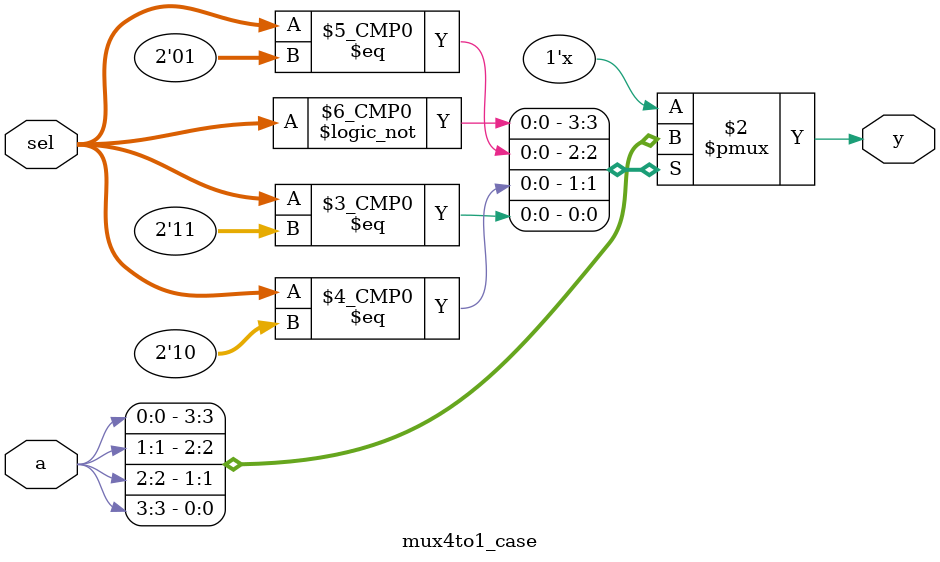
<source format=sv>


module mux4to1_case (a,sel,y);
	input [3:0] a;
	input [1:0] sel;
	output reg y;
	
	always_comb begin
		case(sel)
		2'b00: begin y = a[0]; end
		2'b01: begin y = a[1]; end
		2'b10: begin y = a[2]; end
		2'b11: begin y = a[3]; end
		default: y = 1'b0;endcase
	end 
endmodule
	
</source>
